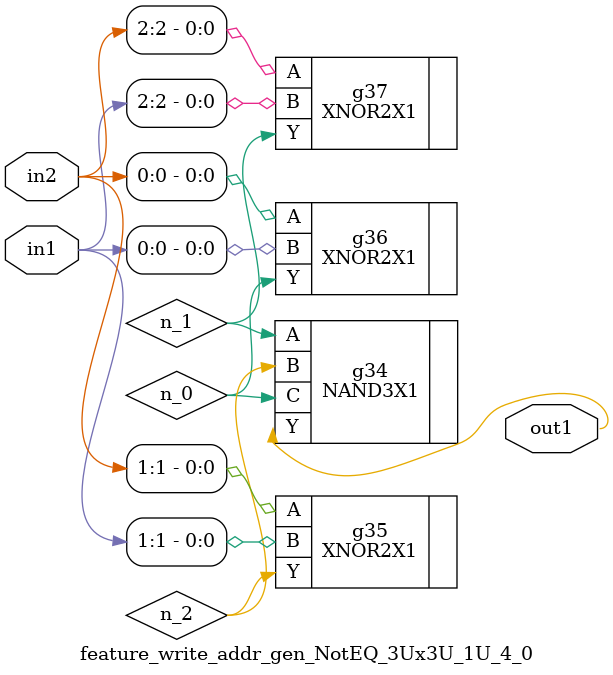
<source format=v>
`timescale 1ps / 1ps


module feature_write_addr_gen_NotEQ_3Ux3U_1U_4_0(in2, in1, out1);
  input [2:0] in2, in1;
  output out1;
  wire [2:0] in2, in1;
  wire out1;
  wire n_0, n_1, n_2;
  NAND3X1 g34(.A (n_1), .B (n_2), .C (n_0), .Y (out1));
  XNOR2X1 g35(.A (in2[1]), .B (in1[1]), .Y (n_2));
  XNOR2X1 g37(.A (in2[2]), .B (in1[2]), .Y (n_1));
  XNOR2X1 g36(.A (in2[0]), .B (in1[0]), .Y (n_0));
endmodule



</source>
